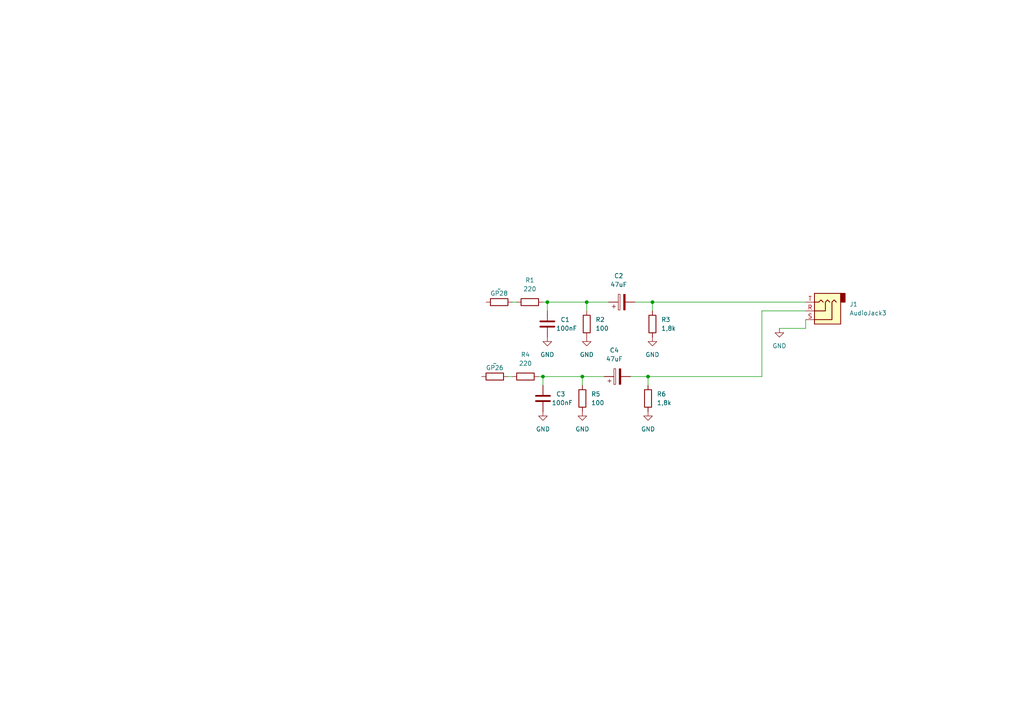
<source format=kicad_sch>
(kicad_sch (version 20230121) (generator eeschema)

  (uuid 1cfc79ae-eef8-430d-8d02-011953b6594d)

  (paper "A4")

  (lib_symbols
    (symbol "Connector_Audio:AudioJack3" (in_bom yes) (on_board yes)
      (property "Reference" "J" (at 0 8.89 0)
        (effects (font (size 1.27 1.27)))
      )
      (property "Value" "AudioJack3" (at 0 6.35 0)
        (effects (font (size 1.27 1.27)))
      )
      (property "Footprint" "" (at 0 0 0)
        (effects (font (size 1.27 1.27)) hide)
      )
      (property "Datasheet" "~" (at 0 0 0)
        (effects (font (size 1.27 1.27)) hide)
      )
      (property "ki_keywords" "audio jack receptacle stereo headphones phones TRS connector" (at 0 0 0)
        (effects (font (size 1.27 1.27)) hide)
      )
      (property "ki_description" "Audio Jack, 3 Poles (Stereo / TRS)" (at 0 0 0)
        (effects (font (size 1.27 1.27)) hide)
      )
      (property "ki_fp_filters" "Jack*" (at 0 0 0)
        (effects (font (size 1.27 1.27)) hide)
      )
      (symbol "AudioJack3_0_1"
        (rectangle (start -5.08 -5.08) (end -6.35 -2.54)
          (stroke (width 0.254) (type default))
          (fill (type outline))
        )
        (polyline
          (pts
            (xy 0 -2.54)
            (xy 0.635 -3.175)
            (xy 1.27 -2.54)
            (xy 2.54 -2.54)
          )
          (stroke (width 0.254) (type default))
          (fill (type none))
        )
        (polyline
          (pts
            (xy -1.905 -2.54)
            (xy -1.27 -3.175)
            (xy -0.635 -2.54)
            (xy -0.635 0)
            (xy 2.54 0)
          )
          (stroke (width 0.254) (type default))
          (fill (type none))
        )
        (polyline
          (pts
            (xy 2.54 2.54)
            (xy -2.54 2.54)
            (xy -2.54 -2.54)
            (xy -3.175 -3.175)
            (xy -3.81 -2.54)
          )
          (stroke (width 0.254) (type default))
          (fill (type none))
        )
        (rectangle (start 2.54 3.81) (end -5.08 -5.08)
          (stroke (width 0.254) (type default))
          (fill (type background))
        )
      )
      (symbol "AudioJack3_1_1"
        (pin passive line (at 5.08 0 180) (length 2.54)
          (name "~" (effects (font (size 1.27 1.27))))
          (number "R" (effects (font (size 1.27 1.27))))
        )
        (pin passive line (at 5.08 2.54 180) (length 2.54)
          (name "~" (effects (font (size 1.27 1.27))))
          (number "S" (effects (font (size 1.27 1.27))))
        )
        (pin passive line (at 5.08 -2.54 180) (length 2.54)
          (name "~" (effects (font (size 1.27 1.27))))
          (number "T" (effects (font (size 1.27 1.27))))
        )
      )
    )
    (symbol "Device:C" (pin_numbers hide) (pin_names (offset 0.254)) (in_bom yes) (on_board yes)
      (property "Reference" "C" (at 0.635 2.54 0)
        (effects (font (size 1.27 1.27)) (justify left))
      )
      (property "Value" "C" (at 0.635 -2.54 0)
        (effects (font (size 1.27 1.27)) (justify left))
      )
      (property "Footprint" "" (at 0.9652 -3.81 0)
        (effects (font (size 1.27 1.27)) hide)
      )
      (property "Datasheet" "~" (at 0 0 0)
        (effects (font (size 1.27 1.27)) hide)
      )
      (property "ki_keywords" "cap capacitor" (at 0 0 0)
        (effects (font (size 1.27 1.27)) hide)
      )
      (property "ki_description" "Unpolarized capacitor" (at 0 0 0)
        (effects (font (size 1.27 1.27)) hide)
      )
      (property "ki_fp_filters" "C_*" (at 0 0 0)
        (effects (font (size 1.27 1.27)) hide)
      )
      (symbol "C_0_1"
        (polyline
          (pts
            (xy -2.032 -0.762)
            (xy 2.032 -0.762)
          )
          (stroke (width 0.508) (type default))
          (fill (type none))
        )
        (polyline
          (pts
            (xy -2.032 0.762)
            (xy 2.032 0.762)
          )
          (stroke (width 0.508) (type default))
          (fill (type none))
        )
      )
      (symbol "C_1_1"
        (pin passive line (at 0 3.81 270) (length 2.794)
          (name "~" (effects (font (size 1.27 1.27))))
          (number "1" (effects (font (size 1.27 1.27))))
        )
        (pin passive line (at 0 -3.81 90) (length 2.794)
          (name "~" (effects (font (size 1.27 1.27))))
          (number "2" (effects (font (size 1.27 1.27))))
        )
      )
    )
    (symbol "Device:C_Polarized" (pin_numbers hide) (pin_names (offset 0.254)) (in_bom yes) (on_board yes)
      (property "Reference" "C" (at 0.635 2.54 0)
        (effects (font (size 1.27 1.27)) (justify left))
      )
      (property "Value" "C_Polarized" (at 0.635 -2.54 0)
        (effects (font (size 1.27 1.27)) (justify left))
      )
      (property "Footprint" "" (at 0.9652 -3.81 0)
        (effects (font (size 1.27 1.27)) hide)
      )
      (property "Datasheet" "~" (at 0 0 0)
        (effects (font (size 1.27 1.27)) hide)
      )
      (property "ki_keywords" "cap capacitor" (at 0 0 0)
        (effects (font (size 1.27 1.27)) hide)
      )
      (property "ki_description" "Polarized capacitor" (at 0 0 0)
        (effects (font (size 1.27 1.27)) hide)
      )
      (property "ki_fp_filters" "CP_*" (at 0 0 0)
        (effects (font (size 1.27 1.27)) hide)
      )
      (symbol "C_Polarized_0_1"
        (rectangle (start -2.286 0.508) (end 2.286 1.016)
          (stroke (width 0) (type default))
          (fill (type none))
        )
        (polyline
          (pts
            (xy -1.778 2.286)
            (xy -0.762 2.286)
          )
          (stroke (width 0) (type default))
          (fill (type none))
        )
        (polyline
          (pts
            (xy -1.27 2.794)
            (xy -1.27 1.778)
          )
          (stroke (width 0) (type default))
          (fill (type none))
        )
        (rectangle (start 2.286 -0.508) (end -2.286 -1.016)
          (stroke (width 0) (type default))
          (fill (type outline))
        )
      )
      (symbol "C_Polarized_1_1"
        (pin passive line (at 0 3.81 270) (length 2.794)
          (name "~" (effects (font (size 1.27 1.27))))
          (number "1" (effects (font (size 1.27 1.27))))
        )
        (pin passive line (at 0 -3.81 90) (length 2.794)
          (name "~" (effects (font (size 1.27 1.27))))
          (number "2" (effects (font (size 1.27 1.27))))
        )
      )
    )
    (symbol "Device:R" (pin_numbers hide) (pin_names (offset 0)) (in_bom yes) (on_board yes)
      (property "Reference" "R" (at 2.032 0 90)
        (effects (font (size 1.27 1.27)))
      )
      (property "Value" "R" (at 0 0 90)
        (effects (font (size 1.27 1.27)))
      )
      (property "Footprint" "" (at -1.778 0 90)
        (effects (font (size 1.27 1.27)) hide)
      )
      (property "Datasheet" "~" (at 0 0 0)
        (effects (font (size 1.27 1.27)) hide)
      )
      (property "ki_keywords" "R res resistor" (at 0 0 0)
        (effects (font (size 1.27 1.27)) hide)
      )
      (property "ki_description" "Resistor" (at 0 0 0)
        (effects (font (size 1.27 1.27)) hide)
      )
      (property "ki_fp_filters" "R_*" (at 0 0 0)
        (effects (font (size 1.27 1.27)) hide)
      )
      (symbol "R_0_1"
        (rectangle (start -1.016 -2.54) (end 1.016 2.54)
          (stroke (width 0.254) (type default))
          (fill (type none))
        )
      )
      (symbol "R_1_1"
        (pin passive line (at 0 3.81 270) (length 1.27)
          (name "~" (effects (font (size 1.27 1.27))))
          (number "1" (effects (font (size 1.27 1.27))))
        )
        (pin passive line (at 0 -3.81 90) (length 1.27)
          (name "~" (effects (font (size 1.27 1.27))))
          (number "2" (effects (font (size 1.27 1.27))))
        )
      )
    )
    (symbol "power:GND" (power) (pin_names (offset 0)) (in_bom yes) (on_board yes)
      (property "Reference" "#PWR" (at 0 -6.35 0)
        (effects (font (size 1.27 1.27)) hide)
      )
      (property "Value" "GND" (at 0 -3.81 0)
        (effects (font (size 1.27 1.27)))
      )
      (property "Footprint" "" (at 0 0 0)
        (effects (font (size 1.27 1.27)) hide)
      )
      (property "Datasheet" "" (at 0 0 0)
        (effects (font (size 1.27 1.27)) hide)
      )
      (property "ki_keywords" "global power" (at 0 0 0)
        (effects (font (size 1.27 1.27)) hide)
      )
      (property "ki_description" "Power symbol creates a global label with name \"GND\" , ground" (at 0 0 0)
        (effects (font (size 1.27 1.27)) hide)
      )
      (symbol "GND_0_1"
        (polyline
          (pts
            (xy 0 0)
            (xy 0 -1.27)
            (xy 1.27 -1.27)
            (xy 0 -2.54)
            (xy -1.27 -1.27)
            (xy 0 -1.27)
          )
          (stroke (width 0) (type default))
          (fill (type none))
        )
      )
      (symbol "GND_1_1"
        (pin power_in line (at 0 0 270) (length 0) hide
          (name "GND" (effects (font (size 1.27 1.27))))
          (number "1" (effects (font (size 1.27 1.27))))
        )
      )
    )
  )

  (junction (at 170.18 87.63) (diameter 0) (color 0 0 0 0)
    (uuid 104abe5f-d627-4a6e-8b03-5f501f971d1c)
  )
  (junction (at 189.23 87.63) (diameter 0) (color 0 0 0 0)
    (uuid 3aa3329d-ea99-4986-90b4-33c0c735e1b6)
  )
  (junction (at 168.91 109.22) (diameter 0) (color 0 0 0 0)
    (uuid 41fd05f1-b88f-432f-bddb-42288b473c49)
  )
  (junction (at 158.75 87.63) (diameter 0) (color 0 0 0 0)
    (uuid 60e1d7b1-f0a0-4b34-8563-016275b5df59)
  )
  (junction (at 157.48 109.22) (diameter 0) (color 0 0 0 0)
    (uuid d35aa7f9-2f9e-418d-85a6-44869b24a71b)
  )
  (junction (at 187.96 109.22) (diameter 0) (color 0 0 0 0)
    (uuid f25880a7-835d-4abf-bb65-ccc56e60f05a)
  )

  (wire (pts (xy 157.48 87.63) (xy 158.75 87.63))
    (stroke (width 0) (type default))
    (uuid 009b1b3d-05a0-4637-a679-13a371dc5844)
  )
  (wire (pts (xy 147.32 109.22) (xy 148.59 109.22))
    (stroke (width 0) (type default))
    (uuid 04d9712a-d84e-4e8e-9db3-2f863bbc11a4)
  )
  (wire (pts (xy 157.48 109.22) (xy 157.48 111.76))
    (stroke (width 0) (type default))
    (uuid 13b1ca6e-06db-488d-833d-cd114253c197)
  )
  (wire (pts (xy 187.96 109.22) (xy 187.96 111.76))
    (stroke (width 0) (type default))
    (uuid 2422b4ed-dfd0-498f-864b-66d47f85bb28)
  )
  (wire (pts (xy 233.68 95.25) (xy 233.68 92.71))
    (stroke (width 0) (type default))
    (uuid 27aaef7a-2df5-40b9-9750-2a3a5c796bef)
  )
  (wire (pts (xy 189.23 87.63) (xy 189.23 90.17))
    (stroke (width 0) (type default))
    (uuid 27c3d7e4-723e-49d7-9f9a-fdf9bfa2c54b)
  )
  (wire (pts (xy 220.98 90.17) (xy 220.98 109.22))
    (stroke (width 0) (type default))
    (uuid 2fda082a-0456-44fc-8b13-4805307e2a2f)
  )
  (wire (pts (xy 158.75 87.63) (xy 158.75 90.17))
    (stroke (width 0) (type default))
    (uuid 3202524a-f9d9-457c-9b5d-b5c501e36ca5)
  )
  (wire (pts (xy 184.15 87.63) (xy 189.23 87.63))
    (stroke (width 0) (type default))
    (uuid 333591a0-e13c-4bc9-80a7-1d1cbe4f5a50)
  )
  (wire (pts (xy 233.68 90.17) (xy 220.98 90.17))
    (stroke (width 0) (type default))
    (uuid 3715c06d-3891-48c8-b751-7524a48005df)
  )
  (wire (pts (xy 170.18 87.63) (xy 170.18 90.17))
    (stroke (width 0) (type default))
    (uuid 3fc41dac-6dda-418e-b72a-f9434cfe7ce7)
  )
  (wire (pts (xy 187.96 109.22) (xy 220.98 109.22))
    (stroke (width 0) (type default))
    (uuid 47529dbd-3029-474e-8617-2242358ce4c9)
  )
  (wire (pts (xy 158.75 87.63) (xy 170.18 87.63))
    (stroke (width 0) (type default))
    (uuid 4fa4e4af-b242-4bf9-888d-cd29ed9cf2bd)
  )
  (wire (pts (xy 170.18 87.63) (xy 176.53 87.63))
    (stroke (width 0) (type default))
    (uuid 599a1da1-e30a-4ae2-b59e-1472c03d8111)
  )
  (wire (pts (xy 233.68 95.25) (xy 226.06 95.25))
    (stroke (width 0) (type default))
    (uuid 5c752832-8e74-4631-8616-9a831020c45a)
  )
  (wire (pts (xy 157.48 109.22) (xy 168.91 109.22))
    (stroke (width 0) (type default))
    (uuid 616d99ab-4743-4315-8605-0070bbce957c)
  )
  (wire (pts (xy 168.91 109.22) (xy 168.91 111.76))
    (stroke (width 0) (type default))
    (uuid 7ad3c0c0-7d0c-4a56-9aee-1deefec4f21f)
  )
  (wire (pts (xy 156.21 109.22) (xy 157.48 109.22))
    (stroke (width 0) (type default))
    (uuid 8e4c5278-6823-44bd-8a1f-bafe875174a5)
  )
  (wire (pts (xy 182.88 109.22) (xy 187.96 109.22))
    (stroke (width 0) (type default))
    (uuid caae705d-15ab-4079-ba0a-004851ee33e7)
  )
  (wire (pts (xy 168.91 109.22) (xy 175.26 109.22))
    (stroke (width 0) (type default))
    (uuid daf00318-6d18-4827-a646-aff1c24e9632)
  )
  (wire (pts (xy 189.23 87.63) (xy 233.68 87.63))
    (stroke (width 0) (type default))
    (uuid e7a10ed4-6098-4e3c-89c7-72a73ddc5363)
  )
  (wire (pts (xy 148.59 87.63) (xy 149.86 87.63))
    (stroke (width 0) (type default))
    (uuid f65fac28-aab8-4dc8-b32b-5a60b670473a)
  )

  (symbol (lib_id "power:GND") (at 187.96 119.38 0) (unit 1)
    (in_bom yes) (on_board yes) (dnp no) (fields_autoplaced)
    (uuid 0b0a5f4c-5a33-44dc-b5d2-bb8c60f4a9ae)
    (property "Reference" "#PWR07" (at 187.96 125.73 0)
      (effects (font (size 1.27 1.27)) hide)
    )
    (property "Value" "GND" (at 187.96 124.46 0)
      (effects (font (size 1.27 1.27)))
    )
    (property "Footprint" "" (at 187.96 119.38 0)
      (effects (font (size 1.27 1.27)) hide)
    )
    (property "Datasheet" "" (at 187.96 119.38 0)
      (effects (font (size 1.27 1.27)) hide)
    )
    (pin "1" (uuid a2c587ae-4dda-4da5-8521-574dd2dcfcff))
    (instances
      (project "pwm-audio"
        (path "/1cfc79ae-eef8-430d-8d02-011953b6594d"
          (reference "#PWR07") (unit 1)
        )
      )
    )
  )

  (symbol (lib_id "power:GND") (at 157.48 119.38 0) (unit 1)
    (in_bom yes) (on_board yes) (dnp no) (fields_autoplaced)
    (uuid 1deff4e0-6213-46d1-b620-ba1a2cc9bc22)
    (property "Reference" "#PWR05" (at 157.48 125.73 0)
      (effects (font (size 1.27 1.27)) hide)
    )
    (property "Value" "GND" (at 157.48 124.46 0)
      (effects (font (size 1.27 1.27)))
    )
    (property "Footprint" "" (at 157.48 119.38 0)
      (effects (font (size 1.27 1.27)) hide)
    )
    (property "Datasheet" "" (at 157.48 119.38 0)
      (effects (font (size 1.27 1.27)) hide)
    )
    (pin "1" (uuid 16dff7f3-466f-4536-8168-d7f581ce9e2f))
    (instances
      (project "pwm-audio"
        (path "/1cfc79ae-eef8-430d-8d02-011953b6594d"
          (reference "#PWR05") (unit 1)
        )
      )
    )
  )

  (symbol (lib_id "Device:R") (at 170.18 93.98 180) (unit 1)
    (in_bom yes) (on_board yes) (dnp no)
    (uuid 371b84a6-93ff-4382-833b-c1d47897e6b1)
    (property "Reference" "R2" (at 172.72 92.71 0)
      (effects (font (size 1.27 1.27)) (justify right))
    )
    (property "Value" "100" (at 172.72 95.25 0)
      (effects (font (size 1.27 1.27)) (justify right))
    )
    (property "Footprint" "Resistor_THT:R_Axial_DIN0204_L3.6mm_D1.6mm_P5.08mm_Horizontal" (at 171.958 93.98 90)
      (effects (font (size 1.27 1.27)) hide)
    )
    (property "Datasheet" "~" (at 170.18 93.98 0)
      (effects (font (size 1.27 1.27)) hide)
    )
    (pin "1" (uuid fabc5aa1-0673-40ea-9524-64bc306bdc2e))
    (pin "2" (uuid 76c9c3df-7bb7-44c8-8d40-355ea8280507))
    (instances
      (project "pwm-audio"
        (path "/1cfc79ae-eef8-430d-8d02-011953b6594d"
          (reference "R2") (unit 1)
        )
      )
    )
  )

  (symbol (lib_id "Device:R") (at 152.4 109.22 90) (unit 1)
    (in_bom yes) (on_board yes) (dnp no) (fields_autoplaced)
    (uuid 37d8de8e-1fd3-4303-9601-8e4d3a66b1ee)
    (property "Reference" "R4" (at 152.4 102.87 90)
      (effects (font (size 1.27 1.27)))
    )
    (property "Value" "220" (at 152.4 105.41 90)
      (effects (font (size 1.27 1.27)))
    )
    (property "Footprint" "Resistor_THT:R_Axial_DIN0204_L3.6mm_D1.6mm_P5.08mm_Horizontal" (at 152.4 110.998 90)
      (effects (font (size 1.27 1.27)) hide)
    )
    (property "Datasheet" "~" (at 152.4 109.22 0)
      (effects (font (size 1.27 1.27)) hide)
    )
    (pin "1" (uuid 9afb9e8a-9ed3-4b73-8abb-dfa5f00731d0))
    (pin "2" (uuid 788369e4-d155-4ba5-8bf0-937fe76a5a80))
    (instances
      (project "pwm-audio"
        (path "/1cfc79ae-eef8-430d-8d02-011953b6594d"
          (reference "R4") (unit 1)
        )
      )
    )
  )

  (symbol (lib_id "Device:R") (at 144.78 87.63 90) (unit 1)
    (in_bom yes) (on_board yes) (dnp no)
    (uuid 4161bec7-8fe1-4efa-9260-e0721a9622dd)
    (property "Reference" "GP28" (at 144.78 85.09 90)
      (effects (font (size 1.27 1.27)))
    )
    (property "Value" "~" (at 144.78 83.82 90)
      (effects (font (size 1.27 1.27)))
    )
    (property "Footprint" "Connector_PinHeader_1.00mm:PinHeader_1x02_P1.00mm_Vertical" (at 144.78 89.408 90)
      (effects (font (size 1.27 1.27)) hide)
    )
    (property "Datasheet" "~" (at 144.78 87.63 0)
      (effects (font (size 1.27 1.27)) hide)
    )
    (pin "1" (uuid 1c02c5f0-08a8-4b33-953f-bc6fcde86931))
    (pin "2" (uuid 61d412fd-b624-401c-812d-a117fb75ecfd))
    (instances
      (project "pwm-audio"
        (path "/1cfc79ae-eef8-430d-8d02-011953b6594d"
          (reference "GP28") (unit 1)
        )
      )
    )
  )

  (symbol (lib_id "Device:R") (at 187.96 115.57 180) (unit 1)
    (in_bom yes) (on_board yes) (dnp no) (fields_autoplaced)
    (uuid 41f364a3-2a51-4d1a-b86e-6c99387c57b1)
    (property "Reference" "R6" (at 190.5 114.3 0)
      (effects (font (size 1.27 1.27)) (justify right))
    )
    (property "Value" "1,8k" (at 190.5 116.84 0)
      (effects (font (size 1.27 1.27)) (justify right))
    )
    (property "Footprint" "Resistor_THT:R_Axial_DIN0204_L3.6mm_D1.6mm_P5.08mm_Horizontal" (at 189.738 115.57 90)
      (effects (font (size 1.27 1.27)) hide)
    )
    (property "Datasheet" "~" (at 187.96 115.57 0)
      (effects (font (size 1.27 1.27)) hide)
    )
    (pin "1" (uuid 84a6c793-57ea-4fe9-9ccd-6ec531084bd7))
    (pin "2" (uuid 5588f36d-c56a-4413-a431-b7bcc7c282a9))
    (instances
      (project "pwm-audio"
        (path "/1cfc79ae-eef8-430d-8d02-011953b6594d"
          (reference "R6") (unit 1)
        )
      )
    )
  )

  (symbol (lib_id "Device:C") (at 157.48 115.57 0) (unit 1)
    (in_bom yes) (on_board yes) (dnp no)
    (uuid 441e6cb7-ae9e-4351-8922-1ced78814e36)
    (property "Reference" "C3" (at 161.29 114.3 0)
      (effects (font (size 1.27 1.27)) (justify left))
    )
    (property "Value" "100nF" (at 160.02 116.84 0)
      (effects (font (size 1.27 1.27)) (justify left))
    )
    (property "Footprint" "Capacitor_THT:CP_Radial_D4.0mm_P2.00mm" (at 158.4452 119.38 0)
      (effects (font (size 1.27 1.27)) hide)
    )
    (property "Datasheet" "~" (at 157.48 115.57 0)
      (effects (font (size 1.27 1.27)) hide)
    )
    (pin "1" (uuid dc52d131-ff91-4a86-843c-d80923c243dd))
    (pin "2" (uuid db3804d0-7860-4227-9e1a-afe55de54e67))
    (instances
      (project "pwm-audio"
        (path "/1cfc79ae-eef8-430d-8d02-011953b6594d"
          (reference "C3") (unit 1)
        )
      )
    )
  )

  (symbol (lib_id "Device:C_Polarized") (at 179.07 109.22 90) (unit 1)
    (in_bom yes) (on_board yes) (dnp no) (fields_autoplaced)
    (uuid 46c6795a-28ec-42c2-98e1-80a0e919a544)
    (property "Reference" "C4" (at 178.181 101.6 90)
      (effects (font (size 1.27 1.27)))
    )
    (property "Value" "47uF" (at 178.181 104.14 90)
      (effects (font (size 1.27 1.27)))
    )
    (property "Footprint" "Capacitor_THT:CP_Radial_D4.0mm_P1.50mm" (at 182.88 108.2548 0)
      (effects (font (size 1.27 1.27)) hide)
    )
    (property "Datasheet" "~" (at 179.07 109.22 0)
      (effects (font (size 1.27 1.27)) hide)
    )
    (pin "1" (uuid 6b45c81e-79c4-440d-8855-ddd5e63583ec))
    (pin "2" (uuid d6d36d84-c74c-40bc-90fb-9ba25d6ca3c8))
    (instances
      (project "pwm-audio"
        (path "/1cfc79ae-eef8-430d-8d02-011953b6594d"
          (reference "C4") (unit 1)
        )
      )
    )
  )

  (symbol (lib_id "power:GND") (at 168.91 119.38 0) (unit 1)
    (in_bom yes) (on_board yes) (dnp no) (fields_autoplaced)
    (uuid 4ca57d27-ea85-4c82-b5c8-6e2073e2db6a)
    (property "Reference" "#PWR06" (at 168.91 125.73 0)
      (effects (font (size 1.27 1.27)) hide)
    )
    (property "Value" "GND" (at 168.91 124.46 0)
      (effects (font (size 1.27 1.27)))
    )
    (property "Footprint" "" (at 168.91 119.38 0)
      (effects (font (size 1.27 1.27)) hide)
    )
    (property "Datasheet" "" (at 168.91 119.38 0)
      (effects (font (size 1.27 1.27)) hide)
    )
    (pin "1" (uuid 91b04800-3de6-4b23-90f9-ae9e12a71ad1))
    (instances
      (project "pwm-audio"
        (path "/1cfc79ae-eef8-430d-8d02-011953b6594d"
          (reference "#PWR06") (unit 1)
        )
      )
    )
  )

  (symbol (lib_id "Device:C_Polarized") (at 180.34 87.63 90) (unit 1)
    (in_bom yes) (on_board yes) (dnp no) (fields_autoplaced)
    (uuid 5f6b5af6-8c21-489d-ac9d-28bb629943c2)
    (property "Reference" "C2" (at 179.451 80.01 90)
      (effects (font (size 1.27 1.27)))
    )
    (property "Value" "47uF" (at 179.451 82.55 90)
      (effects (font (size 1.27 1.27)))
    )
    (property "Footprint" "Capacitor_THT:CP_Radial_D4.0mm_P1.50mm" (at 184.15 86.6648 0)
      (effects (font (size 1.27 1.27)) hide)
    )
    (property "Datasheet" "~" (at 180.34 87.63 0)
      (effects (font (size 1.27 1.27)) hide)
    )
    (pin "1" (uuid 64e885a4-3d86-4eac-a5c8-2c564cf83916))
    (pin "2" (uuid 233819f9-2b8d-44ad-8b11-306b27501853))
    (instances
      (project "pwm-audio"
        (path "/1cfc79ae-eef8-430d-8d02-011953b6594d"
          (reference "C2") (unit 1)
        )
      )
    )
  )

  (symbol (lib_id "Device:R") (at 168.91 115.57 180) (unit 1)
    (in_bom yes) (on_board yes) (dnp no)
    (uuid 62526789-1b54-4673-b16f-9cfc034bd451)
    (property "Reference" "R5" (at 171.45 114.3 0)
      (effects (font (size 1.27 1.27)) (justify right))
    )
    (property "Value" "100" (at 171.45 116.84 0)
      (effects (font (size 1.27 1.27)) (justify right))
    )
    (property "Footprint" "Resistor_THT:R_Axial_DIN0204_L3.6mm_D1.6mm_P5.08mm_Horizontal" (at 170.688 115.57 90)
      (effects (font (size 1.27 1.27)) hide)
    )
    (property "Datasheet" "~" (at 168.91 115.57 0)
      (effects (font (size 1.27 1.27)) hide)
    )
    (pin "1" (uuid 387dac49-a19e-4210-828c-e4294b32a77e))
    (pin "2" (uuid 5141b19f-6eb5-4fc3-ab50-663c032e71dc))
    (instances
      (project "pwm-audio"
        (path "/1cfc79ae-eef8-430d-8d02-011953b6594d"
          (reference "R5") (unit 1)
        )
      )
    )
  )

  (symbol (lib_id "power:GND") (at 158.75 97.79 0) (unit 1)
    (in_bom yes) (on_board yes) (dnp no)
    (uuid 68d1860a-e97e-45d6-b3ba-d8c82592a268)
    (property "Reference" "#PWR03" (at 158.75 104.14 0)
      (effects (font (size 1.27 1.27)) hide)
    )
    (property "Value" "GND" (at 158.75 102.87 0)
      (effects (font (size 1.27 1.27)))
    )
    (property "Footprint" "" (at 158.75 97.79 0)
      (effects (font (size 1.27 1.27)) hide)
    )
    (property "Datasheet" "" (at 158.75 97.79 0)
      (effects (font (size 1.27 1.27)) hide)
    )
    (pin "1" (uuid 7a68c656-7729-4cc7-b311-849774999ece))
    (instances
      (project "pwm-audio"
        (path "/1cfc79ae-eef8-430d-8d02-011953b6594d"
          (reference "#PWR03") (unit 1)
        )
      )
    )
  )

  (symbol (lib_id "Device:R") (at 153.67 87.63 90) (unit 1)
    (in_bom yes) (on_board yes) (dnp no) (fields_autoplaced)
    (uuid 887af17a-39c4-4750-a200-c5c1798302d9)
    (property "Reference" "R1" (at 153.67 81.28 90)
      (effects (font (size 1.27 1.27)))
    )
    (property "Value" "220" (at 153.67 83.82 90)
      (effects (font (size 1.27 1.27)))
    )
    (property "Footprint" "Resistor_THT:R_Axial_DIN0204_L3.6mm_D1.6mm_P5.08mm_Horizontal" (at 153.67 89.408 90)
      (effects (font (size 1.27 1.27)) hide)
    )
    (property "Datasheet" "~" (at 153.67 87.63 0)
      (effects (font (size 1.27 1.27)) hide)
    )
    (pin "1" (uuid 942036a2-49c8-4cd9-8957-0253ce22e03b))
    (pin "2" (uuid 26ff413d-d2f8-46f1-ac8f-9f0eef838b9d))
    (instances
      (project "pwm-audio"
        (path "/1cfc79ae-eef8-430d-8d02-011953b6594d"
          (reference "R1") (unit 1)
        )
      )
    )
  )

  (symbol (lib_id "power:GND") (at 170.18 97.79 0) (unit 1)
    (in_bom yes) (on_board yes) (dnp no)
    (uuid 895b014f-f2c1-4637-909a-9802460fe68b)
    (property "Reference" "#PWR02" (at 170.18 104.14 0)
      (effects (font (size 1.27 1.27)) hide)
    )
    (property "Value" "GND" (at 170.18 102.87 0)
      (effects (font (size 1.27 1.27)))
    )
    (property "Footprint" "" (at 170.18 97.79 0)
      (effects (font (size 1.27 1.27)) hide)
    )
    (property "Datasheet" "" (at 170.18 97.79 0)
      (effects (font (size 1.27 1.27)) hide)
    )
    (pin "1" (uuid af3b2675-d8ff-4370-a074-1c956d5ae5b6))
    (instances
      (project "pwm-audio"
        (path "/1cfc79ae-eef8-430d-8d02-011953b6594d"
          (reference "#PWR02") (unit 1)
        )
      )
    )
  )

  (symbol (lib_id "Device:R") (at 143.51 109.22 90) (unit 1)
    (in_bom yes) (on_board yes) (dnp no)
    (uuid 8a6e0476-e761-472d-b081-9ae280cb2d80)
    (property "Reference" "GP26" (at 143.51 106.68 90)
      (effects (font (size 1.27 1.27)))
    )
    (property "Value" "~" (at 143.51 105.41 90)
      (effects (font (size 1.27 1.27)))
    )
    (property "Footprint" "Connector_PinHeader_1.00mm:PinHeader_1x02_P1.00mm_Vertical" (at 143.51 110.998 90)
      (effects (font (size 1.27 1.27)) hide)
    )
    (property "Datasheet" "~" (at 143.51 109.22 0)
      (effects (font (size 1.27 1.27)) hide)
    )
    (pin "1" (uuid 662a55f7-d65b-42b3-ac57-011c0b89d711))
    (pin "2" (uuid e191e0e1-25ce-4337-b435-c7a181066cae))
    (instances
      (project "pwm-audio"
        (path "/1cfc79ae-eef8-430d-8d02-011953b6594d"
          (reference "GP26") (unit 1)
        )
      )
    )
  )

  (symbol (lib_id "power:GND") (at 189.23 97.79 0) (unit 1)
    (in_bom yes) (on_board yes) (dnp no)
    (uuid 91bafacc-0df5-40cb-8fe7-f80e001b0a37)
    (property "Reference" "#PWR01" (at 189.23 104.14 0)
      (effects (font (size 1.27 1.27)) hide)
    )
    (property "Value" "GND" (at 189.23 102.87 0)
      (effects (font (size 1.27 1.27)))
    )
    (property "Footprint" "" (at 189.23 97.79 0)
      (effects (font (size 1.27 1.27)) hide)
    )
    (property "Datasheet" "" (at 189.23 97.79 0)
      (effects (font (size 1.27 1.27)) hide)
    )
    (pin "1" (uuid 0438af66-3745-43c0-8355-7cdd3c600f5d))
    (instances
      (project "pwm-audio"
        (path "/1cfc79ae-eef8-430d-8d02-011953b6594d"
          (reference "#PWR01") (unit 1)
        )
      )
    )
  )

  (symbol (lib_id "Device:R") (at 189.23 93.98 180) (unit 1)
    (in_bom yes) (on_board yes) (dnp no) (fields_autoplaced)
    (uuid a4644087-3027-4d6f-882a-7dbb2bd82217)
    (property "Reference" "R3" (at 191.77 92.71 0)
      (effects (font (size 1.27 1.27)) (justify right))
    )
    (property "Value" "1,8k" (at 191.77 95.25 0)
      (effects (font (size 1.27 1.27)) (justify right))
    )
    (property "Footprint" "Resistor_THT:R_Axial_DIN0204_L3.6mm_D1.6mm_P5.08mm_Horizontal" (at 191.008 93.98 90)
      (effects (font (size 1.27 1.27)) hide)
    )
    (property "Datasheet" "~" (at 189.23 93.98 0)
      (effects (font (size 1.27 1.27)) hide)
    )
    (pin "1" (uuid aa8cf59b-2214-4335-9924-d570e1bc7f25))
    (pin "2" (uuid d869a716-35da-4b6c-9bf7-1a1409066b56))
    (instances
      (project "pwm-audio"
        (path "/1cfc79ae-eef8-430d-8d02-011953b6594d"
          (reference "R3") (unit 1)
        )
      )
    )
  )

  (symbol (lib_id "power:GND") (at 226.06 95.25 0) (unit 1)
    (in_bom yes) (on_board yes) (dnp no) (fields_autoplaced)
    (uuid d3b79118-ae01-4a82-8fb3-8e7560ba4c5d)
    (property "Reference" "#PWR04" (at 226.06 101.6 0)
      (effects (font (size 1.27 1.27)) hide)
    )
    (property "Value" "GND" (at 226.06 100.33 0)
      (effects (font (size 1.27 1.27)))
    )
    (property "Footprint" "" (at 226.06 95.25 0)
      (effects (font (size 1.27 1.27)) hide)
    )
    (property "Datasheet" "" (at 226.06 95.25 0)
      (effects (font (size 1.27 1.27)) hide)
    )
    (pin "1" (uuid d731dd58-ad1d-49b8-95ba-bb93c6963ca0))
    (instances
      (project "pwm-audio"
        (path "/1cfc79ae-eef8-430d-8d02-011953b6594d"
          (reference "#PWR04") (unit 1)
        )
      )
    )
  )

  (symbol (lib_id "Connector_Audio:AudioJack3") (at 238.76 90.17 180) (unit 1)
    (in_bom yes) (on_board yes) (dnp no) (fields_autoplaced)
    (uuid e51da8f0-2f26-4d6e-b7b3-51054fb39e16)
    (property "Reference" "J1" (at 246.38 88.265 0)
      (effects (font (size 1.27 1.27)) (justify right))
    )
    (property "Value" "AudioJack3" (at 246.38 90.805 0)
      (effects (font (size 1.27 1.27)) (justify right))
    )
    (property "Footprint" "Connector_Audio:Jack_3.5mm_CUI_SJ1-3525N_Horizontal" (at 238.76 90.17 0)
      (effects (font (size 1.27 1.27)) hide)
    )
    (property "Datasheet" "~" (at 238.76 90.17 0)
      (effects (font (size 1.27 1.27)) hide)
    )
    (pin "R" (uuid 33ecb3c7-a261-476b-84aa-a30861818a96))
    (pin "S" (uuid 164c7729-0c44-47cb-88d8-b84a754e9a66))
    (pin "T" (uuid 1832f768-a9ae-409e-9cc7-7bd4bf0ac416))
    (instances
      (project "pwm-audio"
        (path "/1cfc79ae-eef8-430d-8d02-011953b6594d"
          (reference "J1") (unit 1)
        )
      )
    )
  )

  (symbol (lib_id "Device:C") (at 158.75 93.98 0) (unit 1)
    (in_bom yes) (on_board yes) (dnp no)
    (uuid e84f6a77-eee0-4606-a867-ddc4d629537d)
    (property "Reference" "C1" (at 162.56 92.71 0)
      (effects (font (size 1.27 1.27)) (justify left))
    )
    (property "Value" "100nF" (at 161.29 95.25 0)
      (effects (font (size 1.27 1.27)) (justify left))
    )
    (property "Footprint" "Capacitor_THT:CP_Radial_D4.0mm_P2.00mm" (at 159.7152 97.79 0)
      (effects (font (size 1.27 1.27)) hide)
    )
    (property "Datasheet" "~" (at 158.75 93.98 0)
      (effects (font (size 1.27 1.27)) hide)
    )
    (pin "1" (uuid fe2f97a6-6442-4cb6-ab84-5c0953c4870a))
    (pin "2" (uuid a7db6a99-34f0-48ca-8bb5-d9cefa2cd46b))
    (instances
      (project "pwm-audio"
        (path "/1cfc79ae-eef8-430d-8d02-011953b6594d"
          (reference "C1") (unit 1)
        )
      )
    )
  )

  (sheet_instances
    (path "/" (page "1"))
  )
)

</source>
